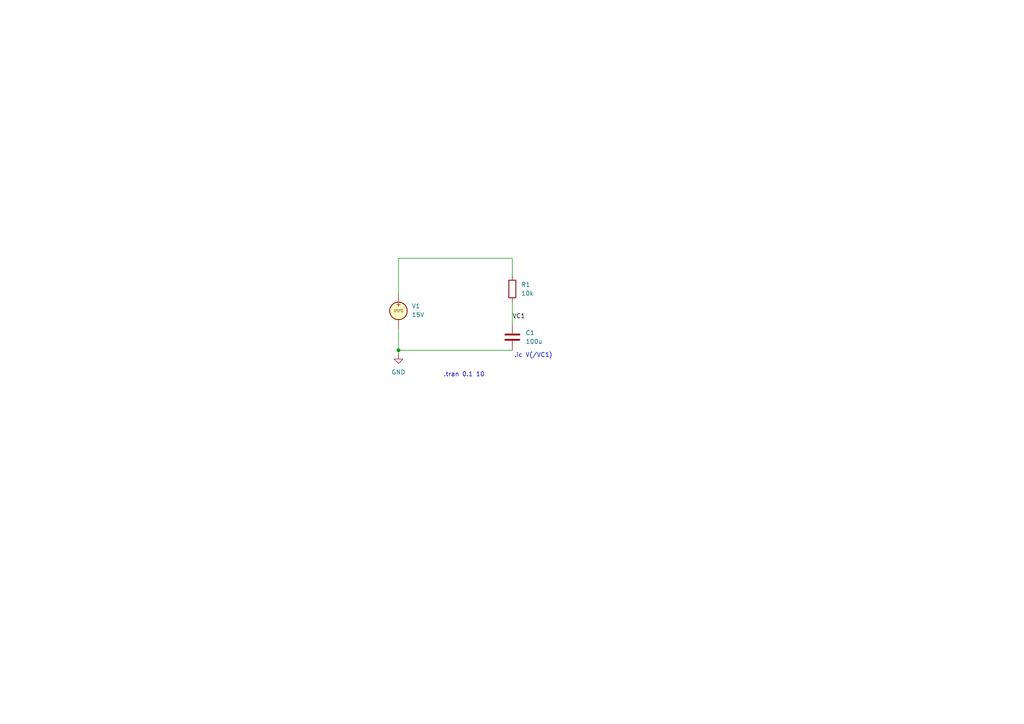
<source format=kicad_sch>
(kicad_sch (version 20250114) (generator "eeschema") (generator_version "9.0")
  (paper "A4")
  (lib_symbols
    (symbol "Device:C" (pin_numbers (hide yes)) (pin_names (offset 0.254))
      (property "Reference" "C" (at 0.635 2.54 0))
      (property "Value" "C" (at 0.635 -2.54 0))
      (symbol "C_0_1"
        (polyline (pts (xy -2.032 0.762) (xy 2.032 0.762)) (stroke (width 0.508)))
        (polyline (pts (xy -2.032 -0.762) (xy 2.032 -0.762)) (stroke (width 0.508)))
      )
      (symbol "C_1_1"
        (pin passive line (at 0 3.81 270) (length 2.794) (name "~") (number "1"))
        (pin passive line (at 0 -3.81 90) (length 2.794) (name "~") (number "2"))
      )
    )
    (symbol "Device:R" (pin_numbers (hide yes)) (pin_names (offset 0))
      (property "Reference" "R" (at 2.032 0 90))
      (property "Value" "R" (at 0 0 90))
      (symbol "R_0_1"
        (rectangle (start -1.016 -2.54) (end 1.016 2.54) (stroke (width 0.254)))
      )
      (symbol "R_1_1"
        (pin passive line (at 0 3.81 270) (length 1.27) (name "~") (number "1"))
        (pin passive line (at 0 -3.81 90) (length 1.27) (name "~") (number "2"))
      )
    )
    (symbol "Simulation_SPICE:VDC" (pin_numbers (hide yes)) (pin_names (offset 0.0254))
      (property "Reference" "V" (at 2.54 2.54 0))
      (property "Value" "1" (at 2.54 0 0))
      (symbol "VDC_0_0"
        (polyline (pts (xy -1.27 0.254) (xy 1.27 0.254)))
        (polyline (pts (xy -0.762 -0.254) (xy -1.27 -0.254)))
        (polyline (pts (xy 0.254 -0.254) (xy -0.254 -0.254)))
        (polyline (pts (xy 1.27 -0.254) (xy 0.762 -0.254)))
        (text "+" (at 0 1.905 0) (effects (font (size 1.27 1.27))))
      )
      (symbol "VDC_0_1"
        (circle (center 0 0) (radius 2.54) (stroke (width 0.254)) (fill (type background)))
      )
      (symbol "VDC_1_1"
        (pin passive line (at 0 5.08 270) (length 2.54) (name "~") (number "1"))
        (pin passive line (at 0 -5.08 90) (length 2.54) (name "~") (number "2"))
      )
    )
    (symbol "power:GND" (power) (pin_numbers (hide yes)) (pin_names (offset 0) (hide yes))
      (property "Value" "GND" (at 0 -3.81 0))
      (symbol "GND_0_1"
        (polyline (pts (xy 0 0) (xy 0 -1.27) (xy 1.27 -1.27) (xy 0 -2.54) (xy -1.27 -1.27) (xy 0 -1.27)))
      )
      (symbol "GND_1_1"
        (pin power_in line (at 0 0 270) (length 0) (name "~") (number "1"))
      )
    )
  )
  (text ".ic V(/VC1)" (at 154.686 103.124 0) (effects (font (size 1.27 1.27))))
  (text ".tran 0.1 10" (at 134.62 108.712 0) (effects (font (size 1.27 1.27))))
  (junction (at 115.57 101.6))
  (wire (pts (xy 115.57 95.25) (xy 115.57 101.6)))
  (wire (pts (xy 148.59 74.93) (xy 148.59 80.01)))
  (wire (pts (xy 115.57 74.93) (xy 148.59 74.93)))
  (wire (pts (xy 148.59 87.63) (xy 148.59 93.98)))
  (wire (pts (xy 148.59 101.6) (xy 115.57 101.6)))
  (wire (pts (xy 115.57 101.6) (xy 115.57 102.87)))
  (wire (pts (xy 115.57 85.09) (xy 115.57 74.93)))
  (label "VC1" (at 148.59 92.71 0))
  (symbol (lib_id "Device:C") (at 148.59 97.79 0) (unit 1)
    (property "Reference" "C1" (at 152.4 96.5199 0) (effects (justify left)))
    (property "Value" "100u" (at 152.4 99.0599 0) (effects (justify left)))
    (property "Description" "Unpolarized capacitor" (effects (hide yes)))
  )
  (symbol (lib_id "Simulation_SPICE:VDC") (at 115.57 90.17 0) (unit 1)
    (property "Reference" "V1" (at 119.38 88.7701 0) (effects (justify left)))
    (property "Value" "15V" (at 119.38 91.3101 0) (effects (justify left)))
    (property "Datasheet" "https://ngspice.sourceforge.io/docs/ngspice-html-manual/manual.xhtml#sec_Independent_Sources_for" (effects (hide yes)))
    (property "Description" "Voltage source, DC" (effects (hide yes)))
    (property "Sim.Pins" "1=+ 2=-" (effects (hide yes)))
    (property "Sim.Type" "DC" (effects (hide yes)))
    (property "Sim.Device" "V" (effects (hide yes)))
  )
  (symbol (lib_id "Device:R") (at 148.59 83.82 0) (unit 1)
    (property "Reference" "R1" (at 151.13 82.5499 0) (effects (justify left)))
    (property "Value" "10k" (at 151.13 85.0899 0) (effects (justify left)))
    (property "Description" "Resistor" (effects (hide yes)))
  )
  (symbol (lib_id "power:GND") (at 115.57 102.87 0) (unit 1)
    (property "Reference" "#PWR01" (effects (hide yes)))
    (property "Value" "GND" (at 115.57 107.95 0))
    (property "Description" "Power symbol creates a global label with name \"GND\" , ground" (effects (hide yes)))
  )
)
</source>
